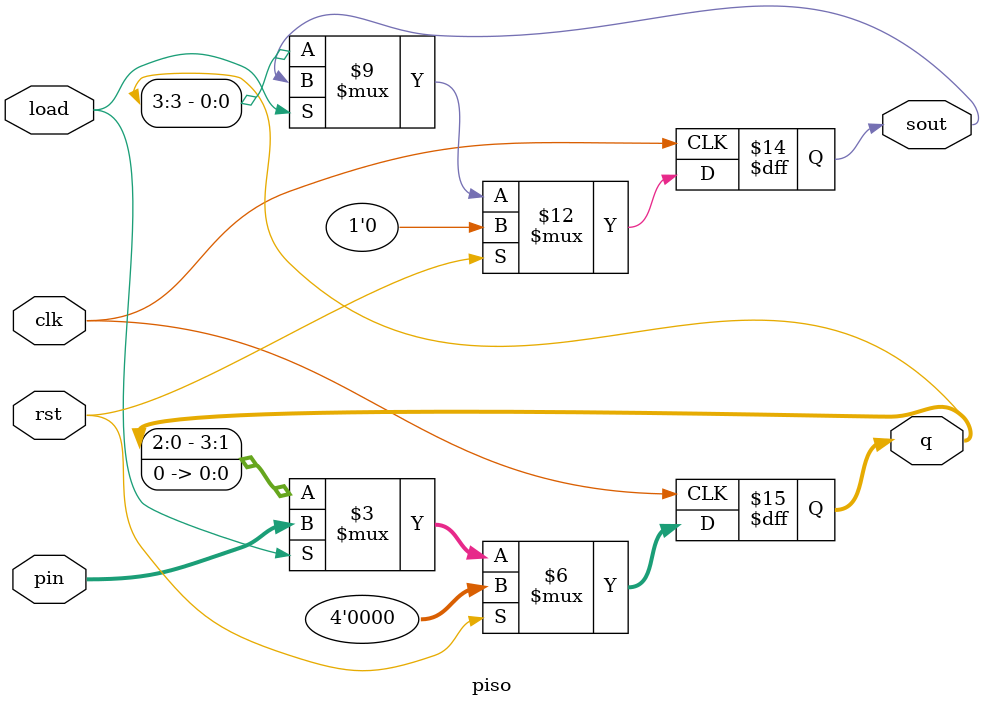
<source format=v>
module piso #(parameter n = 4)(input clk,input rst,input load,input [n-1:0] pin,output reg sout,output reg [n-1:0] q);
always @(posedge clk)begin
    if (rst) begin
        q <= 0;
        sout <= 0;
    end
    else if (load) begin
        q <= pin;
    end
    else begin
        sout <= q[n-1];
        q <= {q[n-2:0], 1'b0};
    end
end
endmodule

</source>
